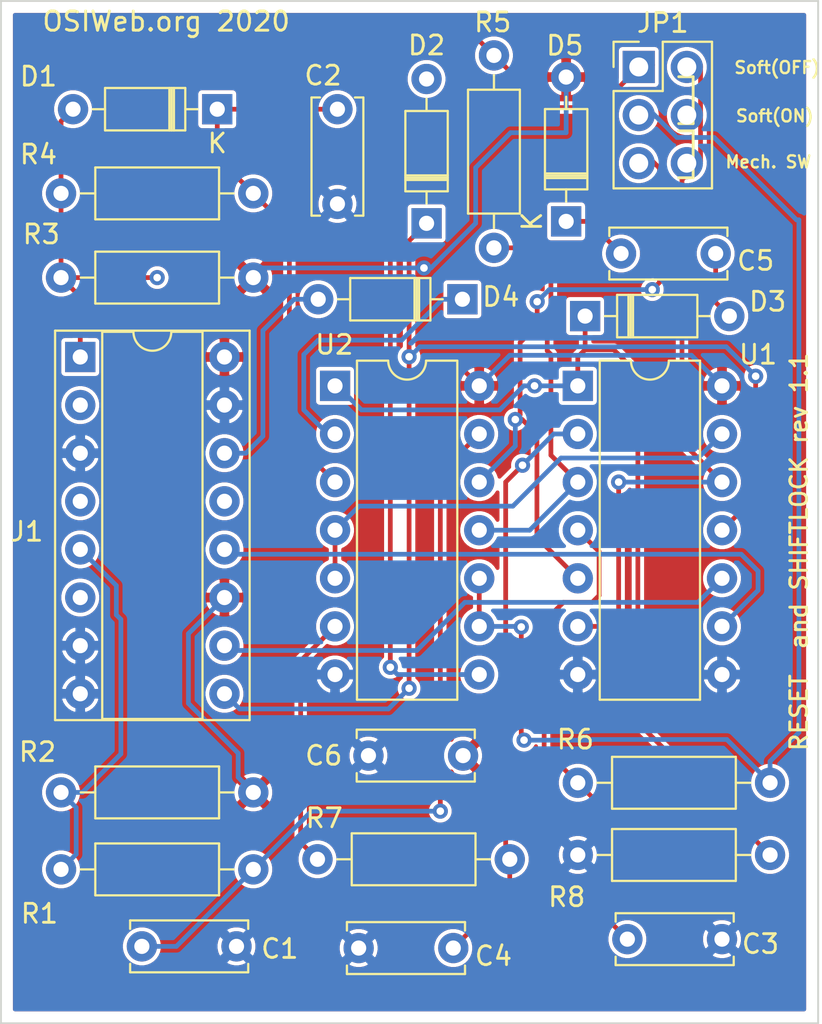
<source format=kicad_pcb>
(kicad_pcb (version 20171130) (host pcbnew "(5.1.6-0-10_14)")
  (title_block (title "~RESET~ and SHIFT LOCK") (date 2020-05-27) (rev 1.1))
  (layers (0 F.Cu signal) (31 B.Cu signal) (34 B.Paste user) (35 F.Paste user) (36 B.SilkS user) (37 F.SilkS user) (38 B.Mask user) (39 F.Mask user) (44 Edge.Cuts user))
  (net 0 "")
  (net 1 GND)
  (net 2 /Break1)
  (net 3 Row0)
  (net 4 "Net-(JP1-Pad3)")
  (net 5 ShiftLockLED-)
  (net 6 /ShiftLock1)
  (net 7 ShifLockLED+)
  (net 8 ~RESET)
  (net 9 Col0)
  (net 10 "Net-(J1-Pad6)")
  (net 11 "Net-(J1-Pad13)")
  (net 12 "Net-(J1-Pad4)")
  (net 13 "Net-(J1-Pad2)")
  (net 14 "Net-(C1-Pad2)")
  (net 15 "Net-(C2-Pad1)")
  (net 16 "Net-(C3-Pad2)")
  (net 17 "Net-(C4-Pad1)")
  (net 18 "Net-(R5-Pad1)")
  (net 19 "Net-(R7-Pad2)")
  (net 20 "Net-(C5-Pad2)")
  (net 21 "Net-(D2-Pad2)")
  (net 22 "Net-(D3-Pad1)")
  (net 23 "Net-(JP1-Pad2)")
  (net 24 "Net-(JP1-Pad1)")
  (net 25 "Net-(U1-Pad13)")
  (net 26 "Net-(D4-Pad1)")
  (net 27 "Net-(C5-Pad1)")
  (net 28 "Net-(JP1-Pad5)")
  (module Connector_PinHeader_2.54mm:PinHeader_2x03_P2.54mm_Vertical (layer F.Cu) (at 140.38072 46.02988)
    (fp_text reference JP1 (at 1.27 -2.33) (layer F.SilkS))
    (fp_text value ShiftLock_Select)
    (fp_line (start -1.33 6.41) (end 3.87 6.41) (layer F.SilkS) (width 0.12))
    (fp_line (start -1.33 1.27) (end -1.33 6.41) (layer F.SilkS) (width 0.12))
    (fp_line (start 3.87 -1.33) (end 3.87 6.41) (layer F.SilkS) (width 0.12))
    (fp_line (start -1.33 1.27) (end 1.27 1.27) (layer F.SilkS) (width 0.12))
    (fp_line (start 1.27 1.27) (end 1.27 -1.33) (layer F.SilkS) (width 0.12))
    (fp_line (start 1.27 -1.33) (end 3.87 -1.33) (layer F.SilkS) (width 0.12))
    (fp_line (start -1.33 0) (end -1.33 -1.33) (layer F.SilkS) (width 0.12))
    (fp_line (start -1.33 -1.33) (end 0 -1.33) (layer F.SilkS) (width 0.12))
    (pad 6 thru_hole oval (at 2.54 5.08) (size 1.7 1.7) (drill 1) (layers *.Cu *.Mask) (net 23 "Net-(JP1-Pad2)"))
    (pad 5 thru_hole oval (at 0 5.08) (size 1.7 1.7) (drill 1) (layers *.Cu *.Mask) (net 28 "Net-(JP1-Pad5)"))
    (pad 4 thru_hole oval (at 2.54 2.54) (size 1.7 1.7) (drill 1) (layers *.Cu *.Mask) (net 23 "Net-(JP1-Pad2)"))
    (pad 3 thru_hole oval (at 0 2.54) (size 1.7 1.7) (drill 1) (layers *.Cu *.Mask) (net 4 "Net-(JP1-Pad3)"))
    (pad 2 thru_hole oval (at 2.54 0) (size 1.7 1.7) (drill 1) (layers *.Cu *.Mask) (net 23 "Net-(JP1-Pad2)"))
    (pad 1 thru_hole rect (at 0 0) (size 1.7 1.7) (drill 1) (layers *.Cu *.Mask) (net 24 "Net-(JP1-Pad1)"))
  )
  (module Diode_THT:D_DO-35_SOD27_P7.62mm_Horizontal (layer F.Cu) (at 136.54532 54.18328 90)
    (fp_text reference D5 (at 9.28116 -0.07112 180) (layer F.SilkS))
    (fp_text value 1N914)
    (fp_line (start 2.29 -1.12) (end 2.29 1.12) (layer F.SilkS) (width 0.12))
    (fp_line (start 2.53 -1.12) (end 2.53 1.12) (layer F.SilkS) (width 0.12))
    (fp_line (start 2.41 -1.12) (end 2.41 1.12) (layer F.SilkS) (width 0.12))
    (fp_line (start 6.58 0) (end 5.93 0) (layer F.SilkS) (width 0.12))
    (fp_line (start 1.04 0) (end 1.69 0) (layer F.SilkS) (width 0.12))
    (fp_line (start 5.93 -1.12) (end 1.69 -1.12) (layer F.SilkS) (width 0.12))
    (fp_line (start 5.93 1.12) (end 5.93 -1.12) (layer F.SilkS) (width 0.12))
    (fp_line (start 1.69 1.12) (end 5.93 1.12) (layer F.SilkS) (width 0.12))
    (fp_line (start 1.69 -1.12) (end 1.69 1.12) (layer F.SilkS) (width 0.12))
    (fp_text user K (at 0 -1.8 90) (layer F.SilkS))
    (pad 2 thru_hole oval (at 7.62 0 90) (size 1.6 1.6) (drill 0.8) (layers *.Cu *.Mask) (net 7 ShifLockLED+))
    (pad 1 thru_hole rect (at 0 0 90) (size 1.6 1.6) (drill 0.8) (layers *.Cu *.Mask) (net 27 "Net-(C5-Pad1)"))
  )
  (module Package_DIP:DIP-14_W7.62mm (layer F.Cu) (at 124.333 62.865)
    (fp_text reference U2 (at -0.0381 -2.1717) (layer F.SilkS))
    (fp_text value 74HC14)
    (fp_line (start 6.46 -1.33) (end 4.81 -1.33) (layer F.SilkS) (width 0.12))
    (fp_line (start 6.46 16.57) (end 6.46 -1.33) (layer F.SilkS) (width 0.12))
    (fp_line (start 1.16 16.57) (end 6.46 16.57) (layer F.SilkS) (width 0.12))
    (fp_line (start 1.16 -1.33) (end 1.16 16.57) (layer F.SilkS) (width 0.12))
    (fp_line (start 2.81 -1.33) (end 1.16 -1.33) (layer F.SilkS) (width 0.12))
    (fp_arc (start 3.81 -1.33) (end 2.81 -1.33) (angle -180) (layer F.SilkS) (width 0.12))
    (pad 14 thru_hole oval (at 7.62 0) (size 1.6 1.6) (drill 0.8) (layers *.Cu *.Mask) (net 7 ShifLockLED+))
    (pad 7 thru_hole oval (at 0 15.24) (size 1.6 1.6) (drill 0.8) (layers *.Cu *.Mask) (net 1 GND))
    (pad 13 thru_hole oval (at 7.62 2.54) (size 1.6 1.6) (drill 0.8) (layers *.Cu *.Mask) (net 14 "Net-(C1-Pad2)"))
    (pad 6 thru_hole oval (at 0 12.7) (size 1.6 1.6) (drill 0.8) (layers *.Cu *.Mask) (net 19 "Net-(R7-Pad2)"))
    (pad 12 thru_hole oval (at 7.62 5.08) (size 1.6 1.6) (drill 0.8) (layers *.Cu *.Mask) (net 28 "Net-(JP1-Pad5)"))
    (pad 5 thru_hole oval (at 0 10.16) (size 1.6 1.6) (drill 0.8) (layers *.Cu *.Mask) (net 25 "Net-(U1-Pad13)"))
    (pad 11 thru_hole oval (at 7.62 7.62) (size 1.6 1.6) (drill 0.8) (layers *.Cu *.Mask) (net 18 "Net-(R5-Pad1)"))
    (pad 4 thru_hole oval (at 0 7.62) (size 1.6 1.6) (drill 0.8) (layers *.Cu *.Mask) (net 25 "Net-(U1-Pad13)"))
    (pad 10 thru_hole oval (at 7.62 10.16) (size 1.6 1.6) (drill 0.8) (layers *.Cu *.Mask) (net 4 "Net-(JP1-Pad3)"))
    (pad 3 thru_hole oval (at 0 5.08) (size 1.6 1.6) (drill 0.8) (layers *.Cu *.Mask) (net 15 "Net-(C2-Pad1)"))
    (pad 9 thru_hole oval (at 7.62 12.7) (size 1.6 1.6) (drill 0.8) (layers *.Cu *.Mask) (net 4 "Net-(JP1-Pad3)"))
    (pad 2 thru_hole oval (at 0 2.54) (size 1.6 1.6) (drill 0.8) (layers *.Cu *.Mask) (net 26 "Net-(D4-Pad1)"))
    (pad 8 thru_hole oval (at 7.62 15.24) (size 1.6 1.6) (drill 0.8) (layers *.Cu *.Mask) (net 24 "Net-(JP1-Pad1)"))
    (pad 1 thru_hole rect (at 0 0) (size 1.6 1.6) (drill 0.8) (layers *.Cu *.Mask) (net 22 "Net-(D3-Pad1)"))
  )
  (module Capacitor_THT:C_Disc_D6.0mm_W2.5mm_P5.00mm (layer F.Cu) (at 126.0983 82.3849)
    (fp_text reference C6 (at -2.3622 0) (layer F.SilkS))
    (fp_text value 0.1uF)
    (fp_line (start 5.62 0.925) (end 5.62 1.37) (layer F.SilkS) (width 0.12))
    (fp_line (start 5.62 -1.37) (end 5.62 -0.925) (layer F.SilkS) (width 0.12))
    (fp_line (start -0.62 0.925) (end -0.62 1.37) (layer F.SilkS) (width 0.12))
    (fp_line (start -0.62 -1.37) (end -0.62 -0.925) (layer F.SilkS) (width 0.12))
    (fp_line (start -0.62 1.37) (end 5.62 1.37) (layer F.SilkS) (width 0.12))
    (fp_line (start -0.62 -1.37) (end 5.62 -1.37) (layer F.SilkS) (width 0.12))
    (pad 2 thru_hole circle (at 5 0) (size 1.6 1.6) (drill 0.8) (layers *.Cu *.Mask) (net 7 ShifLockLED+))
    (pad 1 thru_hole circle (at 0 0) (size 1.6 1.6) (drill 0.8) (layers *.Cu *.Mask) (net 1 GND))
  )
  (module Diode_THT:D_DO-35_SOD27_P7.62mm_Horizontal (layer F.Cu) (at 131.064 58.293 180)
    (fp_text reference D4 (at -2.032 0.127) (layer F.SilkS))
    (fp_text value 1N914)
    (fp_line (start 2.29 -1.12) (end 2.29 1.12) (layer F.SilkS) (width 0.12))
    (fp_line (start 2.53 -1.12) (end 2.53 1.12) (layer F.SilkS) (width 0.12))
    (fp_line (start 2.41 -1.12) (end 2.41 1.12) (layer F.SilkS) (width 0.12))
    (fp_line (start 6.58 0) (end 5.93 0) (layer F.SilkS) (width 0.12))
    (fp_line (start 1.04 0) (end 1.69 0) (layer F.SilkS) (width 0.12))
    (fp_line (start 5.93 -1.12) (end 1.69 -1.12) (layer F.SilkS) (width 0.12))
    (fp_line (start 5.93 1.12) (end 5.93 -1.12) (layer F.SilkS) (width 0.12))
    (fp_line (start 1.69 1.12) (end 5.93 1.12) (layer F.SilkS) (width 0.12))
    (fp_line (start 1.69 -1.12) (end 1.69 1.12) (layer F.SilkS) (width 0.12))
    (pad 2 thru_hole oval (at 7.62 0 180) (size 1.6 1.6) (drill 0.8) (layers *.Cu *.Mask) (net 8 ~RESET))
    (pad 1 thru_hole rect (at 0 0 180) (size 1.6 1.6) (drill 0.8) (layers *.Cu *.Mask) (net 26 "Net-(D4-Pad1)"))
  )
  (module Capacitor_THT:C_Disc_D6.0mm_W2.5mm_P5.00mm (layer F.Cu) (at 139.446 55.88)
    (fp_text reference C5 (at 7.112 0.381) (layer F.SilkS))
    (fp_text value 0.33uF)
    (fp_line (start 5.62 0.925) (end 5.62 1.37) (layer F.SilkS) (width 0.12))
    (fp_line (start 5.62 -1.37) (end 5.62 -0.925) (layer F.SilkS) (width 0.12))
    (fp_line (start -0.62 0.925) (end -0.62 1.37) (layer F.SilkS) (width 0.12))
    (fp_line (start -0.62 -1.37) (end -0.62 -0.925) (layer F.SilkS) (width 0.12))
    (fp_line (start -0.62 1.37) (end 5.62 1.37) (layer F.SilkS) (width 0.12))
    (fp_line (start -0.62 -1.37) (end 5.62 -1.37) (layer F.SilkS) (width 0.12))
    (pad 2 thru_hole circle (at 5 0) (size 1.6 1.6) (drill 0.8) (layers *.Cu *.Mask) (net 20 "Net-(C5-Pad2)"))
    (pad 1 thru_hole circle (at 0 0) (size 1.6 1.6) (drill 0.8) (layers *.Cu *.Mask) (net 27 "Net-(C5-Pad1)"))
  )
  (module Capacitor_THT:C_Disc_D6.0mm_W2.5mm_P5.00mm (layer F.Cu) (at 130.5814 92.5449 180)
    (fp_text reference C4 (at -2.1209 -0.4191) (layer F.SilkS))
    (fp_text value 0.1uF hide)
    (fp_line (start 5.62 0.925) (end 5.62 1.37) (layer F.SilkS) (width 0.12))
    (fp_line (start 5.62 -1.37) (end 5.62 -0.925) (layer F.SilkS) (width 0.12))
    (fp_line (start -0.62 0.925) (end -0.62 1.37) (layer F.SilkS) (width 0.12))
    (fp_line (start -0.62 -1.37) (end -0.62 -0.925) (layer F.SilkS) (width 0.12))
    (fp_line (start -0.62 1.37) (end 5.62 1.37) (layer F.SilkS) (width 0.12))
    (fp_line (start -0.62 -1.37) (end 5.62 -1.37) (layer F.SilkS) (width 0.12))
    (pad 2 thru_hole circle (at 5 0 180) (size 1.6 1.6) (drill 0.8) (layers *.Cu *.Mask) (net 1 GND))
    (pad 1 thru_hole circle (at 0 0 180) (size 1.6 1.6) (drill 0.8) (layers *.Cu *.Mask) (net 17 "Net-(C4-Pad1)"))
  )
  (module Capacitor_THT:C_Disc_D6.0mm_W2.5mm_P5.00mm (layer F.Cu) (at 144.78 92.075 180)
    (fp_text reference C3 (at -2.032 -0.254) (layer F.SilkS))
    (fp_text value 0.1uF)
    (fp_line (start 5.62 0.925) (end 5.62 1.37) (layer F.SilkS) (width 0.12))
    (fp_line (start 5.62 -1.37) (end 5.62 -0.925) (layer F.SilkS) (width 0.12))
    (fp_line (start -0.62 0.925) (end -0.62 1.37) (layer F.SilkS) (width 0.12))
    (fp_line (start -0.62 -1.37) (end -0.62 -0.925) (layer F.SilkS) (width 0.12))
    (fp_line (start -0.62 1.37) (end 5.62 1.37) (layer F.SilkS) (width 0.12))
    (fp_line (start -0.62 -1.37) (end 5.62 -1.37) (layer F.SilkS) (width 0.12))
    (pad 2 thru_hole circle (at 5 0 180) (size 1.6 1.6) (drill 0.8) (layers *.Cu *.Mask) (net 16 "Net-(C3-Pad2)"))
    (pad 1 thru_hole circle (at 0 0 180) (size 1.6 1.6) (drill 0.8) (layers *.Cu *.Mask) (net 1 GND))
  )
  (module Capacitor_THT:C_Disc_D6.0mm_W2.5mm_P5.00mm (layer F.Cu) (at 124.46 48.26 270)
    (fp_text reference C2 (at -1.778 0.762 180) (layer F.SilkS))
    (fp_text value 6.8uF)
    (fp_line (start 5.62 0.925) (end 5.62 1.37) (layer F.SilkS) (width 0.12))
    (fp_line (start 5.62 -1.37) (end 5.62 -0.925) (layer F.SilkS) (width 0.12))
    (fp_line (start -0.62 0.925) (end -0.62 1.37) (layer F.SilkS) (width 0.12))
    (fp_line (start -0.62 -1.37) (end -0.62 -0.925) (layer F.SilkS) (width 0.12))
    (fp_line (start -0.62 1.37) (end 5.62 1.37) (layer F.SilkS) (width 0.12))
    (fp_line (start -0.62 -1.37) (end 5.62 -1.37) (layer F.SilkS) (width 0.12))
    (pad 2 thru_hole circle (at 5 0 270) (size 1.6 1.6) (drill 0.8) (layers *.Cu *.Mask) (net 1 GND))
    (pad 1 thru_hole circle (at 0 0 270) (size 1.6 1.6) (drill 0.8) (layers *.Cu *.Mask) (net 15 "Net-(C2-Pad1)"))
  )
  (module Capacitor_THT:C_Disc_D6.0mm_W2.5mm_P5.00mm (layer F.Cu) (at 119.126 92.456 180)
    (fp_text reference C1 (at -2.286 -0.127) (layer F.SilkS))
    (fp_text value 0.33uF)
    (fp_line (start 5.62 0.925) (end 5.62 1.37) (layer F.SilkS) (width 0.12))
    (fp_line (start 5.62 -1.37) (end 5.62 -0.925) (layer F.SilkS) (width 0.12))
    (fp_line (start -0.62 0.925) (end -0.62 1.37) (layer F.SilkS) (width 0.12))
    (fp_line (start -0.62 -1.37) (end -0.62 -0.925) (layer F.SilkS) (width 0.12))
    (fp_line (start -0.62 1.37) (end 5.62 1.37) (layer F.SilkS) (width 0.12))
    (fp_line (start -0.62 -1.37) (end 5.62 -1.37) (layer F.SilkS) (width 0.12))
    (pad 2 thru_hole circle (at 5 0 180) (size 1.6 1.6) (drill 0.8) (layers *.Cu *.Mask) (net 14 "Net-(C1-Pad2)"))
    (pad 1 thru_hole circle (at 0 0 180) (size 1.6 1.6) (drill 0.8) (layers *.Cu *.Mask) (net 1 GND))
  )
  (module Diode_THT:D_DO-35_SOD27_P7.62mm_Horizontal (layer F.Cu) (at 137.547712 59.182)
    (fp_text reference D3 (at 9.645288 -0.762) (layer F.SilkS))
    (fp_text value 1N914)
    (fp_line (start 2.29 -1.12) (end 2.29 1.12) (layer F.SilkS) (width 0.12))
    (fp_line (start 2.53 -1.12) (end 2.53 1.12) (layer F.SilkS) (width 0.12))
    (fp_line (start 2.41 -1.12) (end 2.41 1.12) (layer F.SilkS) (width 0.12))
    (fp_line (start 6.58 0) (end 5.93 0) (layer F.SilkS) (width 0.12))
    (fp_line (start 1.04 0) (end 1.69 0) (layer F.SilkS) (width 0.12))
    (fp_line (start 5.93 -1.12) (end 1.69 -1.12) (layer F.SilkS) (width 0.12))
    (fp_line (start 5.93 1.12) (end 5.93 -1.12) (layer F.SilkS) (width 0.12))
    (fp_line (start 1.69 1.12) (end 5.93 1.12) (layer F.SilkS) (width 0.12))
    (fp_line (start 1.69 -1.12) (end 1.69 1.12) (layer F.SilkS) (width 0.12))
    (pad 2 thru_hole oval (at 7.62 0) (size 1.6 1.6) (drill 0.8) (layers *.Cu *.Mask) (net 20 "Net-(C5-Pad2)"))
    (pad 1 thru_hole rect (at 0 0) (size 1.6 1.6) (drill 0.8) (layers *.Cu *.Mask) (net 22 "Net-(D3-Pad1)"))
  )
  (module Package_DIP:DIP-16_W7.62mm_Socket (layer F.Cu) (at 110.871 61.341)
    (fp_text reference J1 (at -2.8194 9.2202) (layer F.SilkS))
    (fp_text value Conn_01x16)
    (fp_line (start 8.95 -1.39) (end -1.33 -1.39) (layer F.SilkS) (width 0.12))
    (fp_line (start 8.95 19.17) (end 8.95 -1.39) (layer F.SilkS) (width 0.12))
    (fp_line (start -1.33 19.17) (end 8.95 19.17) (layer F.SilkS) (width 0.12))
    (fp_line (start -1.33 -1.39) (end -1.33 19.17) (layer F.SilkS) (width 0.12))
    (fp_line (start 6.46 -1.33) (end 4.81 -1.33) (layer F.SilkS) (width 0.12))
    (fp_line (start 6.46 19.11) (end 6.46 -1.33) (layer F.SilkS) (width 0.12))
    (fp_line (start 1.16 19.11) (end 6.46 19.11) (layer F.SilkS) (width 0.12))
    (fp_line (start 1.16 -1.33) (end 1.16 19.11) (layer F.SilkS) (width 0.12))
    (fp_line (start 2.81 -1.33) (end 1.16 -1.33) (layer F.SilkS) (width 0.12))
    (fp_arc (start 3.81 -1.33) (end 2.81 -1.33) (angle -180) (layer F.SilkS) (width 0.12))
    (pad 16 thru_hole oval (at 7.62 0) (size 1.6 1.6) (drill 0.8) (layers *.Cu *.Mask) (net 7 ShifLockLED+))
    (pad 8 thru_hole oval (at 0 17.78) (size 1.6 1.6) (drill 0.8) (layers *.Cu *.Mask) (net 1 GND))
    (pad 15 thru_hole oval (at 7.62 2.54) (size 1.6 1.6) (drill 0.8) (layers *.Cu *.Mask) (net 1 GND))
    (pad 7 thru_hole oval (at 0 15.24) (size 1.6 1.6) (drill 0.8) (layers *.Cu *.Mask) (net 1 GND))
    (pad 14 thru_hole oval (at 7.62 5.08) (size 1.6 1.6) (drill 0.8) (layers *.Cu *.Mask) (net 8 ~RESET))
    (pad 6 thru_hole oval (at 0 12.7) (size 1.6 1.6) (drill 0.8) (layers *.Cu *.Mask) (net 10 "Net-(J1-Pad6)"))
    (pad 13 thru_hole oval (at 7.62 7.62) (size 1.6 1.6) (drill 0.8) (layers *.Cu *.Mask) (net 11 "Net-(J1-Pad13)"))
    (pad 5 thru_hole oval (at 0 10.16) (size 1.6 1.6) (drill 0.8) (layers *.Cu *.Mask) (net 6 /ShiftLock1))
    (pad 12 thru_hole oval (at 7.62 10.16) (size 1.6 1.6) (drill 0.8) (layers *.Cu *.Mask) (net 5 ShiftLockLED-))
    (pad 4 thru_hole oval (at 0 7.62) (size 1.6 1.6) (drill 0.8) (layers *.Cu *.Mask) (net 12 "Net-(J1-Pad4)"))
    (pad 11 thru_hole oval (at 7.62 12.7) (size 1.6 1.6) (drill 0.8) (layers *.Cu *.Mask) (net 7 ShifLockLED+))
    (pad 3 thru_hole oval (at 0 5.08) (size 1.6 1.6) (drill 0.8) (layers *.Cu *.Mask) (net 1 GND))
    (pad 10 thru_hole oval (at 7.62 15.24) (size 1.6 1.6) (drill 0.8) (layers *.Cu *.Mask) (net 9 Col0))
    (pad 2 thru_hole oval (at 0 2.54) (size 1.6 1.6) (drill 0.8) (layers *.Cu *.Mask) (net 13 "Net-(J1-Pad2)"))
    (pad 9 thru_hole oval (at 7.62 17.78) (size 1.6 1.6) (drill 0.8) (layers *.Cu *.Mask) (net 3 Row0))
    (pad 1 thru_hole rect (at 0 0) (size 1.6 1.6) (drill 0.8) (layers *.Cu *.Mask) (net 2 /Break1))
  )
  (module Package_DIP:DIP-14_W7.62mm (layer F.Cu) (at 137.16 62.865)
    (fp_text reference U1 (at 9.525 -1.651) (layer F.SilkS))
    (fp_text value 4066)
    (fp_line (start 6.46 -1.33) (end 4.81 -1.33) (layer F.SilkS) (width 0.12))
    (fp_line (start 6.46 16.57) (end 6.46 -1.33) (layer F.SilkS) (width 0.12))
    (fp_line (start 1.16 16.57) (end 6.46 16.57) (layer F.SilkS) (width 0.12))
    (fp_line (start 1.16 -1.33) (end 1.16 16.57) (layer F.SilkS) (width 0.12))
    (fp_line (start 2.81 -1.33) (end 1.16 -1.33) (layer F.SilkS) (width 0.12))
    (fp_arc (start 3.81 -1.33) (end 2.81 -1.33) (angle -180) (layer F.SilkS) (width 0.12))
    (pad 14 thru_hole oval (at 7.62 0) (size 1.6 1.6) (drill 0.8) (layers *.Cu *.Mask) (net 7 ShifLockLED+))
    (pad 7 thru_hole oval (at 0 15.24) (size 1.6 1.6) (drill 0.8) (layers *.Cu *.Mask) (net 1 GND))
    (pad 13 thru_hole oval (at 7.62 2.54) (size 1.6 1.6) (drill 0.8) (layers *.Cu *.Mask) (net 25 "Net-(U1-Pad13)"))
    (pad 6 thru_hole oval (at 0 12.7) (size 1.6 1.6) (drill 0.8) (layers *.Cu *.Mask) (net 23 "Net-(JP1-Pad2)"))
    (pad 12 thru_hole oval (at 7.62 5.08) (size 1.6 1.6) (drill 0.8) (layers *.Cu *.Mask) (net 23 "Net-(JP1-Pad2)"))
    (pad 5 thru_hole oval (at 0 10.16) (size 1.6 1.6) (drill 0.8) (layers *.Cu *.Mask) (net 28 "Net-(JP1-Pad5)"))
    (pad 11 thru_hole oval (at 7.62 7.62) (size 1.6 1.6) (drill 0.8) (layers *.Cu *.Mask) (net 3 Row0))
    (pad 4 thru_hole oval (at 0 7.62) (size 1.6 1.6) (drill 0.8) (layers *.Cu *.Mask) (net 16 "Net-(C3-Pad2)"))
    (pad 10 thru_hole oval (at 7.62 10.16) (size 1.6 1.6) (drill 0.8) (layers *.Cu *.Mask) (net 9 Col0))
    (pad 3 thru_hole oval (at 0 5.08) (size 1.6 1.6) (drill 0.8) (layers *.Cu *.Mask) (net 18 "Net-(R5-Pad1)"))
    (pad 9 thru_hole oval (at 7.62 12.7) (size 1.6 1.6) (drill 0.8) (layers *.Cu *.Mask) (net 5 ShiftLockLED-))
    (pad 2 thru_hole oval (at 0 2.54) (size 1.6 1.6) (drill 0.8) (layers *.Cu *.Mask) (net 17 "Net-(C4-Pad1)"))
    (pad 8 thru_hole oval (at 7.62 15.24) (size 1.6 1.6) (drill 0.8) (layers *.Cu *.Mask) (net 1 GND))
    (pad 1 thru_hole rect (at 0 0) (size 1.6 1.6) (drill 0.8) (layers *.Cu *.Mask) (net 22 "Net-(D3-Pad1)"))
  )
  (module Resistor_THT:R_Axial_DIN0207_L6.3mm_D2.5mm_P10.16mm_Horizontal (layer F.Cu) (at 137.16 87.63)
    (fp_text reference R8 (at -0.5842 2.2225) (layer F.SilkS))
    (fp_text value 1K)
    (fp_line (start 9.12 0) (end 8.35 0) (layer F.SilkS) (width 0.12))
    (fp_line (start 1.04 0) (end 1.81 0) (layer F.SilkS) (width 0.12))
    (fp_line (start 8.35 -1.37) (end 1.81 -1.37) (layer F.SilkS) (width 0.12))
    (fp_line (start 8.35 1.37) (end 8.35 -1.37) (layer F.SilkS) (width 0.12))
    (fp_line (start 1.81 1.37) (end 8.35 1.37) (layer F.SilkS) (width 0.12))
    (fp_line (start 1.81 -1.37) (end 1.81 1.37) (layer F.SilkS) (width 0.12))
    (pad 2 thru_hole oval (at 10.16 0) (size 1.6 1.6) (drill 0.8) (layers *.Cu *.Mask) (net 22 "Net-(D3-Pad1)"))
    (pad 1 thru_hole circle (at 0 0) (size 1.6 1.6) (drill 0.8) (layers *.Cu *.Mask) (net 1 GND))
  )
  (module Resistor_THT:R_Axial_DIN0207_L6.3mm_D2.5mm_P10.16mm_Horizontal (layer F.Cu) (at 133.5659 87.8586 180)
    (fp_text reference R7 (at 9.8044 2.1717) (layer F.SilkS))
    (fp_text value 1k)
    (fp_line (start 9.12 0) (end 8.35 0) (layer F.SilkS) (width 0.12))
    (fp_line (start 1.04 0) (end 1.81 0) (layer F.SilkS) (width 0.12))
    (fp_line (start 8.35 -1.37) (end 1.81 -1.37) (layer F.SilkS) (width 0.12))
    (fp_line (start 8.35 1.37) (end 8.35 -1.37) (layer F.SilkS) (width 0.12))
    (fp_line (start 1.81 1.37) (end 8.35 1.37) (layer F.SilkS) (width 0.12))
    (fp_line (start 1.81 -1.37) (end 1.81 1.37) (layer F.SilkS) (width 0.12))
    (pad 2 thru_hole oval (at 10.16 0 180) (size 1.6 1.6) (drill 0.8) (layers *.Cu *.Mask) (net 19 "Net-(R7-Pad2)"))
    (pad 1 thru_hole circle (at 0 0 180) (size 1.6 1.6) (drill 0.8) (layers *.Cu *.Mask) (net 17 "Net-(C4-Pad1)"))
  )
  (module Resistor_THT:R_Axial_DIN0207_L6.3mm_D2.5mm_P10.16mm_Horizontal (layer F.Cu) (at 137.16 83.82)
    (fp_text reference R6 (at -0.127 -2.286) (layer F.SilkS))
    (fp_text value 100k)
    (fp_line (start 9.12 0) (end 8.35 0) (layer F.SilkS) (width 0.12))
    (fp_line (start 1.04 0) (end 1.81 0) (layer F.SilkS) (width 0.12))
    (fp_line (start 8.35 -1.37) (end 1.81 -1.37) (layer F.SilkS) (width 0.12))
    (fp_line (start 8.35 1.37) (end 8.35 -1.37) (layer F.SilkS) (width 0.12))
    (fp_line (start 1.81 1.37) (end 8.35 1.37) (layer F.SilkS) (width 0.12))
    (fp_line (start 1.81 -1.37) (end 1.81 1.37) (layer F.SilkS) (width 0.12))
    (pad 2 thru_hole oval (at 10.16 0) (size 1.6 1.6) (drill 0.8) (layers *.Cu *.Mask) (net 4 "Net-(JP1-Pad3)"))
    (pad 1 thru_hole circle (at 0 0) (size 1.6 1.6) (drill 0.8) (layers *.Cu *.Mask) (net 16 "Net-(C3-Pad2)"))
  )
  (module Resistor_THT:R_Axial_DIN0207_L6.3mm_D2.5mm_P10.16mm_Horizontal (layer F.Cu) (at 132.73024 55.58028 90)
    (fp_text reference R5 (at 11.90752 -0.06604 180) (layer F.SilkS))
    (fp_text value 10k)
    (fp_line (start 9.12 0) (end 8.35 0) (layer F.SilkS) (width 0.12))
    (fp_line (start 1.04 0) (end 1.81 0) (layer F.SilkS) (width 0.12))
    (fp_line (start 8.35 -1.37) (end 1.81 -1.37) (layer F.SilkS) (width 0.12))
    (fp_line (start 8.35 1.37) (end 8.35 -1.37) (layer F.SilkS) (width 0.12))
    (fp_line (start 1.81 1.37) (end 8.35 1.37) (layer F.SilkS) (width 0.12))
    (fp_line (start 1.81 -1.37) (end 1.81 1.37) (layer F.SilkS) (width 0.12))
    (pad 2 thru_hole oval (at 10.16 0 90) (size 1.6 1.6) (drill 0.8) (layers *.Cu *.Mask) (net 24 "Net-(JP1-Pad1)"))
    (pad 1 thru_hole circle (at 0 0 90) (size 1.6 1.6) (drill 0.8) (layers *.Cu *.Mask) (net 18 "Net-(R5-Pad1)"))
  )
  (module Resistor_THT:R_Axial_DIN0207_L6.3mm_D2.5mm_P10.16mm_Horizontal (layer F.Cu) (at 109.855 52.705)
    (fp_text reference R4 (at -1.1938 -2.0574) (layer F.SilkS))
    (fp_text value 1M)
    (fp_line (start 9.12 0) (end 8.35 0) (layer F.SilkS) (width 0.12))
    (fp_line (start 1.04 0) (end 1.81 0) (layer F.SilkS) (width 0.12))
    (fp_line (start 8.35 -1.37) (end 1.81 -1.37) (layer F.SilkS) (width 0.12))
    (fp_line (start 8.35 1.37) (end 8.35 -1.37) (layer F.SilkS) (width 0.12))
    (fp_line (start 1.81 1.37) (end 8.35 1.37) (layer F.SilkS) (width 0.12))
    (fp_line (start 1.81 -1.37) (end 1.81 1.37) (layer F.SilkS) (width 0.12))
    (pad 2 thru_hole oval (at 10.16 0) (size 1.6 1.6) (drill 0.8) (layers *.Cu *.Mask) (net 15 "Net-(C2-Pad1)"))
    (pad 1 thru_hole circle (at 0 0) (size 1.6 1.6) (drill 0.8) (layers *.Cu *.Mask) (net 2 /Break1))
  )
  (module Resistor_THT:R_Axial_DIN0207_L6.3mm_D2.5mm_P10.16mm_Horizontal (layer F.Cu) (at 120.015 57.15 180)
    (fp_text reference R3 (at 11.2014 2.286) (layer F.SilkS))
    (fp_text value 1k)
    (fp_line (start 9.12 0) (end 8.35 0) (layer F.SilkS) (width 0.12))
    (fp_line (start 1.04 0) (end 1.81 0) (layer F.SilkS) (width 0.12))
    (fp_line (start 8.35 -1.37) (end 1.81 -1.37) (layer F.SilkS) (width 0.12))
    (fp_line (start 8.35 1.37) (end 8.35 -1.37) (layer F.SilkS) (width 0.12))
    (fp_line (start 1.81 1.37) (end 8.35 1.37) (layer F.SilkS) (width 0.12))
    (fp_line (start 1.81 -1.37) (end 1.81 1.37) (layer F.SilkS) (width 0.12))
    (pad 2 thru_hole oval (at 10.16 0 180) (size 1.6 1.6) (drill 0.8) (layers *.Cu *.Mask) (net 2 /Break1))
    (pad 1 thru_hole circle (at 0 0 180) (size 1.6 1.6) (drill 0.8) (layers *.Cu *.Mask) (net 7 ShifLockLED+))
  )
  (module Resistor_THT:R_Axial_DIN0207_L6.3mm_D2.5mm_P10.16mm_Horizontal (layer F.Cu) (at 109.855 88.392)
    (fp_text reference R2 (at -1.2446 -6.1976) (layer F.SilkS))
    (fp_text value 100k)
    (fp_line (start 9.12 0) (end 8.35 0) (layer F.SilkS) (width 0.12))
    (fp_line (start 1.04 0) (end 1.81 0) (layer F.SilkS) (width 0.12))
    (fp_line (start 8.35 -1.37) (end 1.81 -1.37) (layer F.SilkS) (width 0.12))
    (fp_line (start 8.35 1.37) (end 8.35 -1.37) (layer F.SilkS) (width 0.12))
    (fp_line (start 1.81 1.37) (end 8.35 1.37) (layer F.SilkS) (width 0.12))
    (fp_line (start 1.81 -1.37) (end 1.81 1.37) (layer F.SilkS) (width 0.12))
    (pad 2 thru_hole oval (at 10.16 0) (size 1.6 1.6) (drill 0.8) (layers *.Cu *.Mask) (net 14 "Net-(C1-Pad2)"))
    (pad 1 thru_hole circle (at 0 0) (size 1.6 1.6) (drill 0.8) (layers *.Cu *.Mask) (net 6 /ShiftLock1))
  )
  (module Resistor_THT:R_Axial_DIN0207_L6.3mm_D2.5mm_P10.16mm_Horizontal (layer F.Cu) (at 120.015 84.328 180)
    (fp_text reference R1 (at 11.303 -6.4008) (layer F.SilkS))
    (fp_text value 1k)
    (fp_line (start 9.12 0) (end 8.35 0) (layer F.SilkS) (width 0.12))
    (fp_line (start 1.04 0) (end 1.81 0) (layer F.SilkS) (width 0.12))
    (fp_line (start 8.35 -1.37) (end 1.81 -1.37) (layer F.SilkS) (width 0.12))
    (fp_line (start 8.35 1.37) (end 8.35 -1.37) (layer F.SilkS) (width 0.12))
    (fp_line (start 1.81 1.37) (end 8.35 1.37) (layer F.SilkS) (width 0.12))
    (fp_line (start 1.81 -1.37) (end 1.81 1.37) (layer F.SilkS) (width 0.12))
    (pad 2 thru_hole oval (at 10.16 0 180) (size 1.6 1.6) (drill 0.8) (layers *.Cu *.Mask) (net 6 /ShiftLock1))
    (pad 1 thru_hole circle (at 0 0 180) (size 1.6 1.6) (drill 0.8) (layers *.Cu *.Mask) (net 7 ShifLockLED+))
  )
  (module Diode_THT:D_DO-35_SOD27_P7.62mm_Horizontal (layer F.Cu) (at 129.16916 54.28488 90)
    (fp_text reference D2 (at 9.398 0 180) (layer F.SilkS))
    (fp_text value 1N914)
    (fp_line (start 2.29 -1.12) (end 2.29 1.12) (layer F.SilkS) (width 0.12))
    (fp_line (start 2.53 -1.12) (end 2.53 1.12) (layer F.SilkS) (width 0.12))
    (fp_line (start 2.41 -1.12) (end 2.41 1.12) (layer F.SilkS) (width 0.12))
    (fp_line (start 6.58 0) (end 5.93 0) (layer F.SilkS) (width 0.12))
    (fp_line (start 1.04 0) (end 1.69 0) (layer F.SilkS) (width 0.12))
    (fp_line (start 5.93 -1.12) (end 1.69 -1.12) (layer F.SilkS) (width 0.12))
    (fp_line (start 5.93 1.12) (end 5.93 -1.12) (layer F.SilkS) (width 0.12))
    (fp_line (start 1.69 1.12) (end 5.93 1.12) (layer F.SilkS) (width 0.12))
    (fp_line (start 1.69 -1.12) (end 1.69 1.12) (layer F.SilkS) (width 0.12))
    (pad 2 thru_hole oval (at 7.62 0 90) (size 1.6 1.6) (drill 0.8) (layers *.Cu *.Mask) (net 21 "Net-(D2-Pad2)"))
    (pad 1 thru_hole rect (at 0 0 90) (size 1.6 1.6) (drill 0.8) (layers *.Cu *.Mask) (net 3 Row0))
  )
  (module Diode_THT:D_DO-35_SOD27_P7.62mm_Horizontal (layer F.Cu) (at 118.11 48.26 180)
    (fp_text reference D1 (at 9.4488 1.7272) (layer F.SilkS))
    (fp_text value 1N914)
    (fp_line (start 2.29 -1.12) (end 2.29 1.12) (layer F.SilkS) (width 0.12))
    (fp_line (start 2.53 -1.12) (end 2.53 1.12) (layer F.SilkS) (width 0.12))
    (fp_line (start 2.41 -1.12) (end 2.41 1.12) (layer F.SilkS) (width 0.12))
    (fp_line (start 6.58 0) (end 5.93 0) (layer F.SilkS) (width 0.12))
    (fp_line (start 1.04 0) (end 1.69 0) (layer F.SilkS) (width 0.12))
    (fp_line (start 5.93 -1.12) (end 1.69 -1.12) (layer F.SilkS) (width 0.12))
    (fp_line (start 5.93 1.12) (end 5.93 -1.12) (layer F.SilkS) (width 0.12))
    (fp_line (start 1.69 1.12) (end 5.93 1.12) (layer F.SilkS) (width 0.12))
    (fp_line (start 1.69 -1.12) (end 1.69 1.12) (layer F.SilkS) (width 0.12))
    (fp_text user K (at 0 -1.8) (layer F.SilkS))
    (pad 2 thru_hole oval (at 7.62 0 180) (size 1.6 1.6) (drill 0.8) (layers *.Cu *.Mask) (net 2 /Break1))
    (pad 1 thru_hole rect (at 0 0 180) (size 1.6 1.6) (drill 0.8) (layers *.Cu *.Mask) (net 15 "Net-(C2-Pad1)"))
  )
  (gr_text "Soft(OFF)" (at 147.69592 46.06544) (layer F.SilkS) (effects (font (size 0.635 0.635) (thickness 0.127))))
  (gr_text "OSIWeb.org 2020" (at 115.41252 43.62704) (layer F.SilkS) (effects (font (size 1.016 1.016) (thickness 0.1524))))
  (gr_text "Soft(ON)" (at 147.56892 48.6156) (layer F.SilkS) (effects (font (size 0.635 0.635) (thickness 0.127))))
  (gr_text "Mech. SW" (at 147.22856 51.04384) (layer F.SilkS) (effects (font (size 0.635 0.635) (thickness 0.127))))
  (gr_line (start 143.256 49.022) (end 143.256 46.5455) (layer F.SilkS) (width 0.15))
  (gr_line (start 142.494 46.5455) (end 143.256 46.5455) (layer F.SilkS) (width 0.15))
  (gr_line (start 142.494 49.022) (end 143.256 49.022) (layer F.SilkS) (width 0.15))
  (gr_line (start 142.494 49.403) (end 143.256 49.403) (layer F.SilkS) (width 0.15))
  (gr_line (start 143.256 51.8795) (end 143.256 49.403) (layer F.SilkS) (width 0.15))
  (gr_line (start 142.494 51.8795) (end 143.256 51.8795) (layer F.SilkS) (width 0.15))
  (gr_text "RESET  and SHIFTLOCK rev 1.1" (at 148.844 71.628 90) (layer F.SilkS) (effects (font (size 0.889 0.889) (thickness 0.1524))))
  (gr_line (start 106.68 96.52) (end 106.68 42.545) (layer Edge.Cuts) (width 0.1))
  (gr_line (start 149.86 96.52) (end 106.68 96.52) (layer Edge.Cuts) (width 0.1))
  (gr_line (start 149.86 42.545) (end 149.86 96.52) (layer Edge.Cuts) (width 0.1))
  (gr_line (start 106.68 42.545) (end 149.86 42.545) (layer Edge.Cuts) (width 0.1))
  (segment (start 109.855 57.15) (end 109.855 52.705) (width 0.25) (layer F.Cu) (net 2))
  (segment (start 109.855 48.895) (end 110.49 48.26) (width 0.25) (layer F.Cu) (net 2))
  (segment (start 109.855 52.705) (end 109.855 48.895) (width 0.25) (layer F.Cu) (net 2))
  (segment (start 109.855 57.15) (end 114.935 57.15) (width 0.25) (layer F.Cu) (net 2))
  (via (at 114.935 57.15) (size 0.8) (drill 0.4) (layers F.Cu B.Cu) (net 2))
  (segment (start 110.871 58.166) (end 109.855 57.15) (width 0.25) (layer F.Cu) (net 2))
  (segment (start 110.871 61.341) (end 110.871 58.166) (width 0.25) (layer F.Cu) (net 2))
  (segment (start 118.491 79.121) (end 119.290999 79.920999) (width 0.25) (layer B.Cu) (net 3))
  (segment (start 119.290999 79.920999) (end 127.155609 79.920999) (width 0.25) (layer B.Cu) (net 3))
  (via (at 128.246598 78.83001) (size 0.8) (drill 0.4) (layers F.Cu B.Cu) (net 3))
  (segment (start 127.846599 79.230009) (end 128.246598 78.83001) (width 0.25) (layer B.Cu) (net 3))
  (segment (start 128.246598 78.264325) (end 128.246598 78.83001) (width 0.25) (layer F.Cu) (net 3))
  (segment (start 127.155609 79.920999) (end 127.846599 79.230009) (width 0.25) (layer B.Cu) (net 3))
  (via (at 141.097 57.785) (size 0.8) (drill 0.4) (layers F.Cu B.Cu) (net 28))
  (via (at 133.858004 64.643) (size 0.8) (drill 0.4) (layers F.Cu B.Cu) (net 28))
  (segment (start 133.858004 66.039996) (end 133.858004 64.643) (width 0.25) (layer B.Cu) (net 28))
  (segment (start 131.953 67.945) (end 133.858004 66.039996) (width 0.25) (layer B.Cu) (net 28))
  (segment (start 134.222619 64.643) (end 133.858004 64.643) (width 0.25) (layer F.Cu) (net 28))
  (segment (start 135.001 65.421381) (end 134.222619 64.643) (width 0.25) (layer F.Cu) (net 28))
  (segment (start 135.001 70.866) (end 135.001 65.421381) (width 0.25) (layer F.Cu) (net 28))
  (segment (start 137.16 73.025) (end 135.001 70.866) (width 0.25) (layer F.Cu) (net 28))
  (segment (start 146.685 73.66) (end 144.78 75.565) (width 0.25) (layer B.Cu) (net 5))
  (segment (start 146.685 72.644) (end 146.685 73.66) (width 0.25) (layer B.Cu) (net 5))
  (segment (start 118.745 71.755) (end 145.796 71.755) (width 0.25) (layer B.Cu) (net 5))
  (segment (start 145.796 71.755) (end 146.685 72.644) (width 0.25) (layer B.Cu) (net 5))
  (segment (start 118.491 71.501) (end 118.745 71.755) (width 0.25) (layer B.Cu) (net 5))
  (segment (start 110.654999 85.127999) (end 109.855 84.328) (width 0.25) (layer B.Cu) (net 6))
  (segment (start 110.654999 87.592001) (end 110.654999 85.127999) (width 0.25) (layer B.Cu) (net 6))
  (segment (start 109.855 88.392) (end 110.654999 87.592001) (width 0.25) (layer B.Cu) (net 6))
  (segment (start 110.98637 84.328) (end 113.01837 82.296) (width 0.25) (layer B.Cu) (net 6))
  (segment (start 109.855 84.328) (end 110.98637 84.328) (width 0.25) (layer B.Cu) (net 6))
  (segment (start 113.01837 82.296) (end 113.01837 75.19563) (width 0.25) (layer B.Cu) (net 6))
  (segment (start 113.01837 75.19563) (end 112.776 74.95326) (width 0.25) (layer B.Cu) (net 6))
  (segment (start 112.776 73.406) (end 110.871 71.501) (width 0.25) (layer B.Cu) (net 6))
  (segment (start 112.776 74.95326) (end 112.776 73.406) (width 0.25) (layer B.Cu) (net 6))
  (segment (start 119.215001 83.528001) (end 119.215001 82.258001) (width 0.25) (layer B.Cu) (net 7))
  (segment (start 120.015 84.328) (end 119.215001 83.528001) (width 0.25) (layer B.Cu) (net 7))
  (segment (start 119.215001 82.258001) (end 116.586 79.629) (width 0.25) (layer B.Cu) (net 7))
  (segment (start 116.586 75.946) (end 118.491 74.041) (width 0.25) (layer B.Cu) (net 7))
  (segment (start 116.586 79.629) (end 116.586 75.946) (width 0.25) (layer B.Cu) (net 7))
  (via (at 129.032 56.642) (size 0.8) (drill 0.4) (layers F.Cu B.Cu) (net 7))
  (segment (start 129.032 59.944) (end 129.032 56.642) (width 0.25) (layer F.Cu) (net 7))
  (segment (start 131.953 62.865) (end 129.032 59.944) (width 0.25) (layer F.Cu) (net 7))
  (segment (start 120.523 56.642) (end 129.032 56.642) (width 0.25) (layer B.Cu) (net 7))
  (segment (start 120.015 57.15) (end 120.523 56.642) (width 0.25) (layer B.Cu) (net 7))
  (segment (start 119.62237 66.421) (end 120.523 65.52037) (width 0.25) (layer B.Cu) (net 8))
  (segment (start 118.491 66.421) (end 119.62237 66.421) (width 0.25) (layer B.Cu) (net 8))
  (segment (start 120.523 65.52037) (end 120.523 59.944) (width 0.25) (layer B.Cu) (net 8))
  (segment (start 122.174 58.293) (end 123.444 58.293) (width 0.25) (layer B.Cu) (net 8))
  (segment (start 120.523 59.944) (end 122.174 58.293) (width 0.25) (layer B.Cu) (net 8))
  (segment (start 131.191 74.295) (end 143.51 74.295) (width 0.25) (layer B.Cu) (net 9))
  (segment (start 128.651 76.835) (end 131.191 74.295) (width 0.25) (layer B.Cu) (net 9))
  (segment (start 143.51 74.295) (end 144.78 73.025) (width 0.25) (layer B.Cu) (net 9))
  (segment (start 118.745 76.835) (end 128.651 76.835) (width 0.25) (layer B.Cu) (net 9))
  (segment (start 118.491 76.581) (end 118.745 76.835) (width 0.25) (layer B.Cu) (net 9))
  (segment (start 115.951 92.456) (end 120.015 88.392) (width 0.25) (layer B.Cu) (net 14))
  (segment (start 114.126 92.456) (end 115.951 92.456) (width 0.25) (layer B.Cu) (net 14))
  (via (at 129.8956 85.3186) (size 0.8) (drill 0.4) (layers F.Cu B.Cu) (net 14))
  (segment (start 129.8956 67.4624) (end 129.8956 85.3186) (width 0.25) (layer F.Cu) (net 14))
  (segment (start 131.953 65.405) (end 129.8956 67.4624) (width 0.25) (layer F.Cu) (net 14))
  (segment (start 120.015 88.392) (end 123.0884 85.3186) (width 0.25) (layer B.Cu) (net 14))
  (segment (start 123.0884 85.3186) (end 129.329915 85.3186) (width 0.25) (layer B.Cu) (net 14))
  (segment (start 129.329915 85.3186) (end 129.8956 85.3186) (width 0.25) (layer B.Cu) (net 14))
  (segment (start 118.11 50.8) (end 120.015 52.705) (width 0.25) (layer F.Cu) (net 15))
  (segment (start 118.11 48.26) (end 118.11 50.8) (width 0.25) (layer F.Cu) (net 15))
  (segment (start 118.11 48.26) (end 124.46 48.26) (width 0.25) (layer F.Cu) (net 15))
  (segment (start 121.92 65.532) (end 124.333 67.945) (width 0.25) (layer F.Cu) (net 15))
  (segment (start 121.92 54.61) (end 121.92 65.532) (width 0.25) (layer F.Cu) (net 15))
  (segment (start 120.015 52.705) (end 121.92 54.61) (width 0.25) (layer F.Cu) (net 15))
  (segment (start 138.47 90.805) (end 138.47 87.035) (width 0.25) (layer F.Cu) (net 16))
  (segment (start 138.47 87.035) (end 138.43 86.995) (width 0.25) (layer F.Cu) (net 16))
  (segment (start 138.43 85.09) (end 137.16 83.82) (width 0.25) (layer F.Cu) (net 16))
  (segment (start 138.43 86.995) (end 138.43 85.09) (width 0.25) (layer F.Cu) (net 16))
  (segment (start 137.16 83.82) (end 137.795 83.82) (width 0.25) (layer F.Cu) (net 16))
  (segment (start 138.51 90.805) (end 139.78 92.075) (width 0.25) (layer F.Cu) (net 16))
  (segment (start 138.47 90.805) (end 138.51 90.805) (width 0.25) (layer F.Cu) (net 16))
  (segment (start 135.382 82.042) (end 136.360001 83.020001) (width 0.25) (layer F.Cu) (net 16))
  (segment (start 135.382 75.311) (end 135.382 82.042) (width 0.25) (layer F.Cu) (net 16))
  (segment (start 136.398 74.295) (end 135.382 75.311) (width 0.25) (layer F.Cu) (net 16))
  (segment (start 137.922 74.295) (end 136.398 74.295) (width 0.25) (layer F.Cu) (net 16))
  (segment (start 136.360001 83.020001) (end 137.16 83.82) (width 0.25) (layer F.Cu) (net 16))
  (segment (start 138.285001 73.931999) (end 137.922 74.295) (width 0.25) (layer F.Cu) (net 16))
  (segment (start 138.285001 71.610001) (end 138.285001 73.931999) (width 0.25) (layer F.Cu) (net 16))
  (segment (start 137.16 70.485) (end 138.285001 71.610001) (width 0.25) (layer F.Cu) (net 16))
  (segment (start 135.89 65.405) (end 134.638999 66.656001) (width 0.25) (layer B.Cu) (net 17))
  (segment (start 134.638999 66.656001) (end 134.239 67.056) (width 0.25) (layer B.Cu) (net 17))
  (segment (start 137.16 65.405) (end 135.89 65.405) (width 0.25) (layer B.Cu) (net 17))
  (via (at 134.239 67.056) (size 0.8) (drill 0.4) (layers F.Cu B.Cu) (net 17))
  (segment (start 133.35 67.945) (end 134.239 67.056) (width 0.25) (layer F.Cu) (net 17))
  (segment (start 133.35 87.6427) (end 133.35 67.945) (width 0.25) (layer F.Cu) (net 17))
  (segment (start 133.5659 87.8586) (end 133.35 87.6427) (width 0.25) (layer F.Cu) (net 17))
  (segment (start 133.5659 89.5604) (end 130.5814 92.5449) (width 0.25) (layer F.Cu) (net 17))
  (segment (start 133.5659 87.8586) (end 133.5659 89.5604) (width 0.25) (layer F.Cu) (net 17))
  (segment (start 134.62 70.485) (end 137.16 67.945) (width 0.25) (layer B.Cu) (net 18))
  (segment (start 131.953 70.485) (end 134.62 70.485) (width 0.25) (layer B.Cu) (net 18))
  (segment (start 122.5169 77.3811) (end 124.333 75.565) (width 0.25) (layer F.Cu) (net 19))
  (segment (start 122.5169 86.9696) (end 122.5169 77.3811) (width 0.25) (layer F.Cu) (net 19))
  (segment (start 123.4059 87.8586) (end 122.5169 86.9696) (width 0.25) (layer F.Cu) (net 19))
  (segment (start 144.446 58.460288) (end 145.167712 59.182) (width 0.25) (layer F.Cu) (net 20))
  (segment (start 144.446 55.88) (end 144.446 58.460288) (width 0.25) (layer F.Cu) (net 20))
  (via (at 146.558 62.357) (size 0.8) (drill 0.4) (layers F.Cu B.Cu) (net 3))
  (segment (start 146.558 68.707) (end 144.78 70.485) (width 0.25) (layer F.Cu) (net 3))
  (segment (start 146.558 62.357) (end 146.558 68.707) (width 0.25) (layer F.Cu) (net 3))
  (segment (start 140.335 62.23) (end 139.065 60.96) (width 0.25) (layer F.Cu) (net 22))
  (segment (start 139.065 60.96) (end 137.541 60.96) (width 0.25) (layer F.Cu) (net 22))
  (segment (start 137.547712 60.953288) (end 137.547712 59.182) (width 0.25) (layer F.Cu) (net 22))
  (segment (start 140.335 80.645) (end 147.32 87.63) (width 0.25) (layer F.Cu) (net 22))
  (segment (start 140.335 62.23) (end 140.335 80.645) (width 0.25) (layer F.Cu) (net 22))
  (segment (start 137.16 61.341) (end 137.16 62.865) (width 0.25) (layer F.Cu) (net 22))
  (segment (start 137.547712 60.953288) (end 137.16 61.341) (width 0.25) (layer F.Cu) (net 22))
  (via (at 134.874 62.865) (size 0.8) (drill 0.4) (layers F.Cu B.Cu) (net 22))
  (segment (start 137.16 62.865) (end 134.874 62.865) (width 0.25) (layer B.Cu) (net 22))
  (segment (start 134.308315 62.865) (end 134.874 62.865) (width 0.25) (layer B.Cu) (net 22))
  (segment (start 124.46 62.865) (end 125.73 64.135) (width 0.25) (layer B.Cu) (net 22))
  (segment (start 133.038315 64.135) (end 134.308315 62.865) (width 0.25) (layer B.Cu) (net 22))
  (segment (start 125.73 64.135) (end 133.038315 64.135) (width 0.25) (layer B.Cu) (net 22))
  (segment (start 124.333 62.865) (end 124.46 62.865) (width 0.25) (layer B.Cu) (net 22))
  (segment (start 144.78 67.945) (end 143.64863 67.945) (width 0.25) (layer B.Cu) (net 23))
  (via (at 139.319 67.945) (size 0.8) (drill 0.4) (layers F.Cu B.Cu) (net 23))
  (segment (start 143.64863 67.945) (end 139.319 67.945) (width 0.25) (layer B.Cu) (net 23))
  (segment (start 138.557 75.565) (end 137.16 75.565) (width 0.25) (layer F.Cu) (net 23))
  (segment (start 139.319 74.803) (end 138.557 75.565) (width 0.25) (layer F.Cu) (net 23))
  (segment (start 139.319 67.945) (end 139.319 74.803) (width 0.25) (layer F.Cu) (net 23))
  (segment (start 131.953 73.025) (end 131.953 75.565) (width 0.25) (layer F.Cu) (net 4))
  (segment (start 147.32 83.82) (end 147.2565 83.7565) (width 0.25) (layer B.Cu) (net 4))
  (segment (start 145.034 81.534) (end 147.32 83.82) (width 0.25) (layer B.Cu) (net 4))
  (segment (start 137.922 81.534) (end 145.034 81.534) (width 0.25) (layer B.Cu) (net 4))
  (segment (start 144.36852 49.75352) (end 142.39748 49.75352) (width 0.25) (layer B.Cu) (net 4))
  (segment (start 147.32 83.82) (end 147.32 82.68863) (width 0.25) (layer B.Cu) (net 4))
  (segment (start 148.844 54.102) (end 148.717 54.102) (width 0.25) (layer B.Cu) (net 4))
  (segment (start 142.39748 49.75352) (end 141.10716 48.4632) (width 0.25) (layer B.Cu) (net 4))
  (segment (start 148.844 81.16463) (end 148.844 54.102) (width 0.25) (layer B.Cu) (net 4))
  (segment (start 147.32 82.68863) (end 148.844 81.16463) (width 0.25) (layer B.Cu) (net 4))
  (segment (start 148.717 54.102) (end 144.36852 49.75352) (width 0.25) (layer B.Cu) (net 4))
  (segment (start 135.739812 57.223332) (end 134.09676 55.58028) (width 0.25) (layer F.Cu) (net 18))
  (segment (start 135.545999 60.317359) (end 135.739812 60.123546) (width 0.25) (layer F.Cu) (net 18))
  (segment (start 134.09676 55.58028) (end 132.73024 55.58028) (width 0.25) (layer F.Cu) (net 18))
  (segment (start 135.739812 60.123546) (end 135.739812 57.223332) (width 0.25) (layer F.Cu) (net 18))
  (segment (start 135.545999 61.013361) (end 135.545999 60.317359) (width 0.25) (layer F.Cu) (net 18))
  (segment (start 135.739812 61.207174) (end 135.545999 61.013361) (width 0.25) (layer F.Cu) (net 18))
  (segment (start 135.739812 66.524812) (end 135.739812 61.207174) (width 0.25) (layer F.Cu) (net 18))
  (segment (start 137.16 67.945) (end 135.739812 66.524812) (width 0.25) (layer F.Cu) (net 18))
  (via (at 128.246598 61.327758) (size 0.8) (drill 0.4) (layers F.Cu B.Cu) (net 3))
  (segment (start 128.246598 61.327758) (end 128.246598 78.264325) (width 0.25) (layer F.Cu) (net 3))
  (segment (start 128.246598 55.207442) (end 129.16916 54.28488) (width 0.25) (layer F.Cu) (net 3))
  (segment (start 128.246598 61.327758) (end 128.246598 55.207442) (width 0.25) (layer F.Cu) (net 3))
  (segment (start 128.293402 61.327758) (end 128.81864 60.80252) (width 0.25) (layer B.Cu) (net 3))
  (segment (start 128.246598 61.327758) (end 128.293402 61.327758) (width 0.25) (layer B.Cu) (net 3))
  (segment (start 145.00352 60.80252) (end 146.558 62.357) (width 0.25) (layer B.Cu) (net 3))
  (segment (start 128.81864 60.80252) (end 145.00352 60.80252) (width 0.25) (layer B.Cu) (net 3))
  (segment (start 134.14248 75.565) (end 134.17296 75.59548) (width 0.25) (layer B.Cu) (net 4))
  (via (at 134.17296 75.59548) (size 0.8) (drill 0.4) (layers F.Cu B.Cu) (net 4))
  (segment (start 131.953 75.565) (end 134.14248 75.565) (width 0.25) (layer B.Cu) (net 4))
  (segment (start 134.17296 81.42224) (end 134.32028 81.56956) (width 0.25) (layer F.Cu) (net 4))
  (via (at 134.32028 81.56956) (size 0.8) (drill 0.4) (layers F.Cu B.Cu) (net 4))
  (segment (start 134.17296 75.59548) (end 134.17296 81.42224) (width 0.25) (layer F.Cu) (net 4))
  (segment (start 137.88644 81.56956) (end 137.922 81.534) (width 0.25) (layer B.Cu) (net 4))
  (segment (start 134.32028 81.56956) (end 137.88644 81.56956) (width 0.25) (layer B.Cu) (net 4))
  (segment (start 133.565469 61.252531) (end 143.167531 61.252531) (width 0.25) (layer B.Cu) (net 7))
  (segment (start 131.953 62.865) (end 133.565469 61.252531) (width 0.25) (layer B.Cu) (net 7))
  (segment (start 143.167531 61.252531) (end 144.78 62.865) (width 0.25) (layer B.Cu) (net 7))
  (segment (start 136.54532 49.49952) (end 136.54532 46.56328) (width 0.25) (layer B.Cu) (net 7))
  (segment (start 129.032 56.642) (end 129.40284 56.642) (width 0.25) (layer B.Cu) (net 7))
  (segment (start 129.40284 56.642) (end 131.76504 54.2798) (width 0.25) (layer B.Cu) (net 7))
  (segment (start 131.76504 54.2798) (end 131.76504 51.34356) (width 0.25) (layer B.Cu) (net 7))
  (segment (start 133.60908 49.49952) (end 136.54532 49.49952) (width 0.25) (layer B.Cu) (net 7))
  (segment (start 131.76504 51.34356) (end 133.60908 49.49952) (width 0.25) (layer B.Cu) (net 7))
  (segment (start 143.64716 51.0032) (end 143.64716 48.4632) (width 0.25) (layer F.Cu) (net 23))
  (segment (start 143.64716 48.4632) (end 143.64716 45.9232) (width 0.25) (layer F.Cu) (net 23))
  (segment (start 142.66672 51.98364) (end 142.66672 65.83172) (width 0.25) (layer F.Cu) (net 23))
  (segment (start 142.66672 65.83172) (end 144.78 67.945) (width 0.25) (layer F.Cu) (net 23))
  (segment (start 143.64716 51.0032) (end 142.66672 51.98364) (width 0.25) (layer F.Cu) (net 23))
  (segment (start 134.112 60.580411) (end 135.01481 59.677601) (width 0.25) (layer F.Cu) (net 28))
  (via (at 135.01481 58.42) (size 0.8) (drill 0.4) (layers F.Cu B.Cu) (net 28))
  (segment (start 141.097 57.785) (end 135.64981 57.785) (width 0.25) (layer B.Cu) (net 28))
  (segment (start 135.64981 57.785) (end 135.01481 58.42) (width 0.25) (layer B.Cu) (net 28))
  (segment (start 134.112 64.389004) (end 134.112 60.580411) (width 0.25) (layer F.Cu) (net 28))
  (segment (start 133.858004 64.643) (end 134.112 64.389004) (width 0.25) (layer F.Cu) (net 28))
  (segment (start 135.01481 59.677601) (end 135.01481 58.42) (width 0.25) (layer F.Cu) (net 28))
  (segment (start 143.51 66.675) (end 143.980001 66.204999) (width 0.25) (layer B.Cu) (net 25))
  (segment (start 133.731 69.215) (end 136.271 66.675) (width 0.25) (layer B.Cu) (net 25))
  (segment (start 125.603 69.215) (end 133.731 69.215) (width 0.25) (layer B.Cu) (net 25))
  (segment (start 143.980001 66.204999) (end 144.78 65.405) (width 0.25) (layer B.Cu) (net 25))
  (segment (start 136.271 66.675) (end 143.51 66.675) (width 0.25) (layer B.Cu) (net 25))
  (segment (start 124.333 70.485) (end 125.603 69.215) (width 0.25) (layer B.Cu) (net 25))
  (segment (start 124.333 73.025) (end 124.333 70.485) (width 0.25) (layer F.Cu) (net 25))
  (segment (start 123.952 65.405) (end 124.333 65.405) (width 0.25) (layer B.Cu) (net 26))
  (segment (start 122.682 64.135) (end 123.952 65.405) (width 0.25) (layer B.Cu) (net 26))
  (segment (start 123.444 60.452) (end 122.682 61.214) (width 0.25) (layer B.Cu) (net 26))
  (segment (start 122.682 61.214) (end 122.682 64.135) (width 0.25) (layer B.Cu) (net 26))
  (segment (start 127.855 60.452) (end 123.444 60.452) (width 0.25) (layer B.Cu) (net 26))
  (segment (start 130.014 58.293) (end 127.855 60.452) (width 0.25) (layer B.Cu) (net 26))
  (segment (start 131.064 58.293) (end 130.014 58.293) (width 0.25) (layer B.Cu) (net 26))
  (segment (start 137.74928 54.18328) (end 139.446 55.88) (width 0.25) (layer F.Cu) (net 27))
  (segment (start 136.54532 54.18328) (end 137.74928 54.18328) (width 0.25) (layer F.Cu) (net 27))
  (segment (start 131.953 78.105) (end 127.635 78.105) (width 0.25) (layer B.Cu) (net 24))
  (via (at 127.254 77.724) (size 0.8) (drill 0.4) (layers F.Cu B.Cu) (net 24))
  (segment (start 127.635 78.105) (end 127.254 77.724) (width 0.25) (layer B.Cu) (net 24))
  (segment (start 141.10716 45.9232) (end 140.90904 45.9232) (width 0.25) (layer F.Cu) (net 24))
  (segment (start 128.0541 44.6659) (end 127.254 45.466) (width 0.25) (layer F.Cu) (net 24))
  (segment (start 135.4836 48.17364) (end 131.97586 44.6659) (width 0.25) (layer F.Cu) (net 24))
  (segment (start 127.254 45.466) (end 127.254 77.724) (width 0.25) (layer F.Cu) (net 24))
  (segment (start 138.26236 48.17364) (end 135.4836 48.17364) (width 0.25) (layer F.Cu) (net 24))
  (segment (start 131.97586 44.6659) (end 128.0541 44.6659) (width 0.25) (layer F.Cu) (net 24))
  (segment (start 140.38072 46.05528) (end 138.26236 48.17364) (width 0.25) (layer F.Cu) (net 24))
  (segment (start 140.38072 46.02988) (end 140.38072 46.05528) (width 0.25) (layer F.Cu) (net 24))
  (segment (start 141.478 51.37404) (end 141.10716 51.0032) (width 0.25) (layer F.Cu) (net 28))
  (segment (start 141.478 57.404) (end 141.478 51.37404) (width 0.25) (layer F.Cu) (net 28))
  (segment (start 141.097 57.785) (end 141.478 57.404) (width 0.25) (layer F.Cu) (net 28))
  (zone (net 1) (net_name GND) (layer B.Cu) (connect_pads (clearance 0.2032)) (min_thickness 0.2032) (fill yes (arc_segments 32) (thermal_gap 0.2032) (thermal_bridge_width 0.508))
    (polygon (pts (xy 149.225 95.885) (xy 107.315 95.885) (xy 107.315 43.18) (xy 149.225 43.18)))
  )
  (zone (net 7) (net_name ShifLockLED+) (layer F.Cu) (connect_pads (clearance 0.2032)) (min_thickness 0.2032) (fill yes (arc_segments 32) (thermal_gap 0.2032) (thermal_bridge_width 0.508))
    (polygon (pts (xy 149.225 95.885) (xy 107.315 95.885) (xy 107.315 43.18) (xy 149.225 43.18)))
  )
)
</source>
